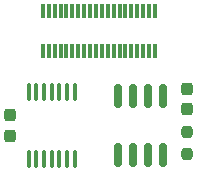
<source format=gbr>
%TF.GenerationSoftware,KiCad,Pcbnew,8.0.2*%
%TF.CreationDate,2024-11-21T20:15:41+01:00*%
%TF.ProjectId,NTR-Subcard,4e54522d-5375-4626-9361-72642e6b6963,rev?*%
%TF.SameCoordinates,Original*%
%TF.FileFunction,Soldermask,Top*%
%TF.FilePolarity,Negative*%
%FSLAX46Y46*%
G04 Gerber Fmt 4.6, Leading zero omitted, Abs format (unit mm)*
G04 Created by KiCad (PCBNEW 8.0.2) date 2024-11-21 20:15:41*
%MOMM*%
%LPD*%
G01*
G04 APERTURE LIST*
G04 Aperture macros list*
%AMRoundRect*
0 Rectangle with rounded corners*
0 $1 Rounding radius*
0 $2 $3 $4 $5 $6 $7 $8 $9 X,Y pos of 4 corners*
0 Add a 4 corners polygon primitive as box body*
4,1,4,$2,$3,$4,$5,$6,$7,$8,$9,$2,$3,0*
0 Add four circle primitives for the rounded corners*
1,1,$1+$1,$2,$3*
1,1,$1+$1,$4,$5*
1,1,$1+$1,$6,$7*
1,1,$1+$1,$8,$9*
0 Add four rect primitives between the rounded corners*
20,1,$1+$1,$2,$3,$4,$5,0*
20,1,$1+$1,$4,$5,$6,$7,0*
20,1,$1+$1,$6,$7,$8,$9,0*
20,1,$1+$1,$8,$9,$2,$3,0*%
G04 Aperture macros list end*
%ADD10R,0.300000X1.200000*%
%ADD11RoundRect,0.150000X0.150000X-0.825000X0.150000X0.825000X-0.150000X0.825000X-0.150000X-0.825000X0*%
%ADD12RoundRect,0.100000X0.100000X-0.637500X0.100000X0.637500X-0.100000X0.637500X-0.100000X-0.637500X0*%
%ADD13RoundRect,0.237500X0.237500X-0.250000X0.237500X0.250000X-0.237500X0.250000X-0.237500X-0.250000X0*%
%ADD14RoundRect,0.237500X0.237500X-0.300000X0.237500X0.300000X-0.237500X0.300000X-0.237500X-0.300000X0*%
G04 APERTURE END LIST*
D10*
%TO.C,CN1*%
X114250000Y-67300000D03*
X113750000Y-67300000D03*
X113250000Y-67300000D03*
X112750000Y-67300000D03*
X112250000Y-67300000D03*
X111750000Y-67300000D03*
X111250000Y-67300000D03*
X110750000Y-67300000D03*
X110250000Y-67300000D03*
X109750000Y-67300000D03*
X109250000Y-67300000D03*
X108750000Y-67300000D03*
X108250000Y-67300000D03*
X107750000Y-67300000D03*
X107250000Y-67300000D03*
X106750000Y-67300000D03*
X106250000Y-67300000D03*
X105750000Y-67300000D03*
X105250000Y-67300000D03*
X104750000Y-67300000D03*
X104750000Y-70700000D03*
X105250000Y-70700000D03*
X105750000Y-70700000D03*
X106250000Y-70700000D03*
X106750000Y-70700000D03*
X107250000Y-70700000D03*
X107750000Y-70700000D03*
X108250000Y-70700000D03*
X108750000Y-70700000D03*
X109250000Y-70700000D03*
X109750000Y-70700000D03*
X110250000Y-70700000D03*
X110750000Y-70700000D03*
X111250000Y-70700000D03*
X111750000Y-70700000D03*
X112250000Y-70700000D03*
X112750000Y-70700000D03*
X113250000Y-70700000D03*
X113750000Y-70700000D03*
X114250000Y-70700000D03*
%TD*%
D11*
%TO.C,U2*%
X111095000Y-74525000D03*
X112365000Y-74525000D03*
X113635000Y-74525000D03*
X114905000Y-74525000D03*
X114905000Y-79475000D03*
X113635000Y-79475000D03*
X112365000Y-79475000D03*
X111095000Y-79475000D03*
%TD*%
D12*
%TO.C,U1*%
X103550000Y-79862500D03*
X104200000Y-79862500D03*
X104850000Y-79862500D03*
X105500000Y-79862500D03*
X106150000Y-79862500D03*
X106800000Y-79862500D03*
X107450000Y-79862500D03*
X107450000Y-74137500D03*
X106800000Y-74137500D03*
X106150000Y-74137500D03*
X105500000Y-74137500D03*
X104850000Y-74137500D03*
X104200000Y-74137500D03*
X103550000Y-74137500D03*
%TD*%
D13*
%TO.C,R1*%
X117000000Y-77587500D03*
X117000000Y-79412500D03*
%TD*%
D14*
%TO.C,C2*%
X117000000Y-73887500D03*
X117000000Y-75612500D03*
%TD*%
%TO.C,C1*%
X102000000Y-76137500D03*
X102000000Y-77862500D03*
%TD*%
M02*

</source>
